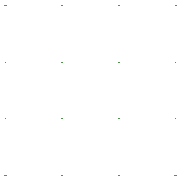
<source format=gbr>
%TF.GenerationSoftware,KiCad,Pcbnew,8.0.8*%
%TF.CreationDate,2025-09-03T22:29:27+08:00*%
%TF.ProjectId,FrekLedMini,4672656b-4c65-4644-9d69-6e692e6b6963,rev?*%
%TF.SameCoordinates,Original*%
%TF.FileFunction,Legend,Bot*%
%TF.FilePolarity,Positive*%
%FSLAX46Y46*%
G04 Gerber Fmt 4.6, Leading zero omitted, Abs format (unit mm)*
G04 Created by KiCad (PCBNEW 8.0.8) date 2025-09-03 22:29:27*
%MOMM*%
%LPD*%
G01*
G04 APERTURE LIST*
%ADD10C,0.100000*%
G04 APERTURE END LIST*
D10*
%TO.C,D6*%
X107560000Y-113400000D02*
G75*
G02*
X107460000Y-113400000I-50000J0D01*
G01*
X107460000Y-113400000D02*
G75*
G02*
X107560000Y-113400000I50000J0D01*
G01*
%TO.C,D5*%
X102760000Y-113400000D02*
G75*
G02*
X102660000Y-113400000I-50000J0D01*
G01*
X102660000Y-113400000D02*
G75*
G02*
X102760000Y-113400000I50000J0D01*
G01*
%TO.C,D14*%
X107560000Y-103800000D02*
G75*
G02*
X107460000Y-103800000I-50000J0D01*
G01*
X107460000Y-103800000D02*
G75*
G02*
X107560000Y-103800000I50000J0D01*
G01*
%TO.C,D4*%
X117160000Y-118200000D02*
G75*
G02*
X117060000Y-118200000I-50000J0D01*
G01*
X117060000Y-118200000D02*
G75*
G02*
X117160000Y-118200000I50000J0D01*
G01*
%TO.C,D1*%
X102760000Y-118200000D02*
G75*
G02*
X102660000Y-118200000I-50000J0D01*
G01*
X102660000Y-118200000D02*
G75*
G02*
X102760000Y-118200000I50000J0D01*
G01*
%TO.C,D11*%
X112360000Y-108600000D02*
G75*
G02*
X112260000Y-108600000I-50000J0D01*
G01*
X112260000Y-108600000D02*
G75*
G02*
X112360000Y-108600000I50000J0D01*
G01*
%TO.C,D15*%
X112360000Y-103800000D02*
G75*
G02*
X112260000Y-103800000I-50000J0D01*
G01*
X112260000Y-103800000D02*
G75*
G02*
X112360000Y-103800000I50000J0D01*
G01*
%TO.C,D7*%
X112360000Y-113400000D02*
G75*
G02*
X112260000Y-113400000I-50000J0D01*
G01*
X112260000Y-113400000D02*
G75*
G02*
X112360000Y-113400000I50000J0D01*
G01*
%TO.C,D3*%
X112360000Y-118200000D02*
G75*
G02*
X112260000Y-118200000I-50000J0D01*
G01*
X112260000Y-118200000D02*
G75*
G02*
X112360000Y-118200000I50000J0D01*
G01*
%TO.C,D9*%
X102760000Y-108600000D02*
G75*
G02*
X102660000Y-108600000I-50000J0D01*
G01*
X102660000Y-108600000D02*
G75*
G02*
X102760000Y-108600000I50000J0D01*
G01*
%TO.C,D8*%
X117160000Y-113400000D02*
G75*
G02*
X117060000Y-113400000I-50000J0D01*
G01*
X117060000Y-113400000D02*
G75*
G02*
X117160000Y-113400000I50000J0D01*
G01*
%TO.C,D13*%
X102760000Y-103800000D02*
G75*
G02*
X102660000Y-103800000I-50000J0D01*
G01*
X102660000Y-103800000D02*
G75*
G02*
X102760000Y-103800000I50000J0D01*
G01*
%TO.C,D16*%
X117160000Y-103800000D02*
G75*
G02*
X117060000Y-103800000I-50000J0D01*
G01*
X117060000Y-103800000D02*
G75*
G02*
X117160000Y-103800000I50000J0D01*
G01*
%TO.C,D12*%
X117160000Y-108600000D02*
G75*
G02*
X117060000Y-108600000I-50000J0D01*
G01*
X117060000Y-108600000D02*
G75*
G02*
X117160000Y-108600000I50000J0D01*
G01*
%TO.C,D2*%
X107560000Y-118200000D02*
G75*
G02*
X107460000Y-118200000I-50000J0D01*
G01*
X107460000Y-118200000D02*
G75*
G02*
X107560000Y-118200000I50000J0D01*
G01*
%TO.C,D10*%
X107560000Y-108600000D02*
G75*
G02*
X107460000Y-108600000I-50000J0D01*
G01*
X107460000Y-108600000D02*
G75*
G02*
X107560000Y-108600000I50000J0D01*
G01*
%TD*%
M02*

</source>
